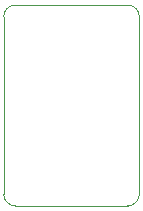
<source format=gko>
G04 Layer_Color=16711935*
%FSLAX25Y25*%
%MOIN*%
G70*
G01*
G75*
%ADD34C,0.00100*%
D34*
X3937Y66929D02*
G03*
X0Y62992I0J-3937D01*
G01*
Y3937D02*
G03*
X3937Y0I3937J0D01*
G01*
X41339Y0D02*
G03*
X45276Y3937I0J3937D01*
G01*
Y62992D02*
G03*
X41339Y66929I-3937J0D01*
G01*
X3937Y66929D02*
X23622D01*
X41339D01*
X45276Y3937D02*
Y62992D01*
X23622Y0D02*
X41339D01*
X3937D02*
X23622D01*
X0Y3937D02*
Y62992D01*
M02*

</source>
